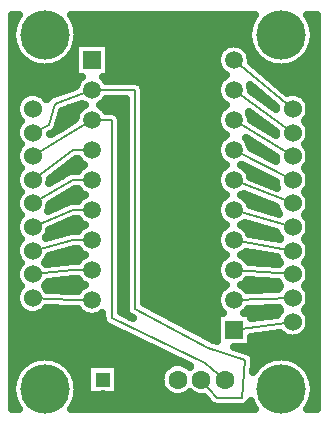
<source format=gbl>
G04 DipTrace 3.2.0.1*
G04 xbee_js_basict.gbl*
%MOIN*%
G04 #@! TF.FileFunction,Copper,L2,Bot*
G04 #@! TF.Part,Single*
G04 #@! TA.AperFunction,Conductor*
%ADD13C,0.04*%
%ADD14C,0.008*%
G04 #@! TA.AperFunction,CopperBalancing*
%ADD15C,0.025*%
G04 #@! TA.AperFunction,ComponentPad*
%ADD16R,0.049213X0.049213*%
%ADD17C,0.049213*%
%ADD18R,0.062992X0.062992*%
%ADD19C,0.062992*%
%ADD20R,0.059055X0.059055*%
%ADD21C,0.059055*%
%ADD22C,0.06*%
G04 #@! TA.AperFunction,ViaPad*
%ADD23C,0.165*%
%FSLAX26Y26*%
G04*
G70*
G90*
G75*
G01*
G04 Bottom*
%LPD*%
X506378Y727165D2*
D13*
X639449Y698701D1*
X704409D1*
X506378Y727165D2*
X654449Y683701D1*
X730138Y608012D1*
X902238Y598655D1*
X911339Y533701D1*
X739449Y474173D2*
X755770Y457852D1*
X911339Y499203D1*
Y533701D1*
X1176850Y1398701D2*
D14*
X1372520Y1278346D1*
X1176850Y1598701D2*
X1372520Y1435827D1*
X1176850Y1298701D2*
X1372520Y1199606D1*
X1176850Y1198701D2*
X1372520Y1120866D1*
X1176850Y1498701D2*
X1372520Y1357087D1*
X506378Y1042126D2*
X639449Y1098701D1*
X704409D1*
X1176850D2*
X1372520Y1042126D1*
X1176850Y998701D2*
X1372520Y963386D1*
X1176850Y898701D2*
X1372520Y884646D1*
X1176850Y798701D2*
X1372520Y805906D1*
X1176850Y698701D2*
X1372520Y727165D1*
X506378Y1199606D2*
X639449Y1298701D1*
X704409D1*
X506378Y1120866D2*
X639449Y1198701D1*
X704409D1*
X506378Y963386D2*
X639449Y998701D1*
X704409D1*
X506378Y884646D2*
X639449Y898701D1*
X704409D1*
X506378Y805906D2*
X639449Y798701D1*
X704409D1*
X506378Y1357087D2*
X559449Y1383701D1*
X579449Y1453701D1*
X704409Y1498701D1*
X1068819Y533701D2*
X1119449Y473701D1*
X1204449D1*
X1214449Y598701D1*
X1091505Y639524D1*
X846505Y769524D1*
Y1498701D1*
X704409D1*
X506378Y1278346D2*
X594449Y1333701D1*
X704409Y1398701D1*
X769449D1*
Y738701D1*
X1079449Y588701D1*
X1147559Y533701D1*
D23*
X546929Y501969D3*
Y1683071D3*
X1334331Y501969D3*
Y1683071D3*
X438487Y1736256D2*
D15*
X449312D1*
X644570D2*
X1236683D1*
X1431977D2*
X1451055D1*
X654689Y1711387D2*
X1226564D1*
X1442096D2*
X1451091D1*
X658350Y1686518D2*
X1222903D1*
X656304Y1661650D2*
X1224949D1*
X762916Y1636781D2*
X1133265D1*
X1220439D2*
X1233166D1*
X1435493D2*
X1451091D1*
X438487Y1611912D2*
X461871D1*
X631975D2*
X645886D1*
X762916D2*
X1119916D1*
X1233788D2*
X1249278D1*
X1419381D2*
X1451091D1*
X438487Y1587043D2*
X492875D1*
X600971D2*
X645886D1*
X762916D2*
X1119557D1*
X1241001D2*
X1280282D1*
X1388377D2*
X1451091D1*
X438487Y1562175D2*
X645886D1*
X762916D2*
X1131865D1*
X1270893D2*
X1451091D1*
X438523Y1537306D2*
X661316D1*
X747486D2*
X1133767D1*
X1300784D2*
X1451091D1*
X438523Y1512437D2*
X647608D1*
X876238D2*
X1120023D1*
X1330640D2*
X1451091D1*
X438523Y1487568D2*
X481213D1*
X531571D2*
X581007D1*
X879504D2*
X1119449D1*
X1246743D2*
X1260187D1*
X1397707D2*
X1451127D1*
X438523Y1462699D2*
X454192D1*
X749818D2*
X813501D1*
X879504D2*
X1131435D1*
X1281084D2*
X1290065D1*
X1424728D2*
X1451127D1*
X438523Y1437831D2*
X447432D1*
X627884D2*
X661818D1*
X746983D2*
X813501D1*
X879504D2*
X1134269D1*
X1431474D2*
X1451127D1*
X438523Y1412962D2*
X452219D1*
X602011D2*
X647752D1*
X798908D2*
X813501D1*
X879504D2*
X1120167D1*
X1426666D2*
X1451127D1*
X438523Y1388093D2*
X456668D1*
X594906D2*
X624032D1*
X802425D2*
X813501D1*
X879504D2*
X1119342D1*
X1254781D2*
X1275187D1*
X1422252D2*
X1451127D1*
X438523Y1363224D2*
X447734D1*
X802425D2*
X813501D1*
X879504D2*
X1131004D1*
X1295222D2*
X1309528D1*
X1431187D2*
X1451127D1*
X438559Y1338356D2*
X450568D1*
X802425D2*
X813501D1*
X879504D2*
X1134772D1*
X1428316D2*
X1451127D1*
X438559Y1313487D2*
X459647D1*
X802425D2*
X813501D1*
X879504D2*
X1120310D1*
X1233394D2*
X1254697D1*
X1419238D2*
X1451127D1*
X438559Y1288618D2*
X448339D1*
X802425D2*
X813501D1*
X879504D2*
X1119234D1*
X1266766D2*
X1295102D1*
X1430577D2*
X1451163D1*
X438559Y1263749D2*
X449312D1*
X646077D2*
X658122D1*
X802425D2*
X813501D1*
X879504D2*
X1130573D1*
X1429608D2*
X1451163D1*
X438559Y1238881D2*
X463271D1*
X612669D2*
X662859D1*
X802425D2*
X813501D1*
X879504D2*
X1135310D1*
X1415613D2*
X1451163D1*
X438559Y1214012D2*
X449240D1*
X579261D2*
X602717D1*
X802425D2*
X813501D1*
X879504D2*
X1120454D1*
X1233250D2*
X1274074D1*
X1429644D2*
X1451163D1*
X438559Y1189143D2*
X448339D1*
X802425D2*
X813501D1*
X879504D2*
X1119162D1*
X1285892D2*
X1314516D1*
X1430541D2*
X1451163D1*
X438559Y1164274D2*
X459790D1*
X643493D2*
X657727D1*
X802425D2*
X813501D1*
X879504D2*
X1130143D1*
X1419094D2*
X1451163D1*
X438559Y1139406D2*
X450532D1*
X600971D2*
X663433D1*
X802425D2*
X813501D1*
X879504D2*
X1135848D1*
X1217856D2*
X1240917D1*
X1428388D2*
X1451163D1*
X438595Y1114537D2*
X447740D1*
X565015D2*
X596258D1*
X802425D2*
X813501D1*
X879504D2*
X1120633D1*
X1234362D2*
X1303427D1*
X1431151D2*
X1451163D1*
X438595Y1089668D2*
X456776D1*
X802425D2*
X813501D1*
X879504D2*
X1119054D1*
X1422109D2*
X1451199D1*
X438595Y1064799D2*
X452147D1*
X640156D2*
X657297D1*
X802425D2*
X813501D1*
X879504D2*
X1129748D1*
X1426773D2*
X1451199D1*
X438595Y1039930D2*
X447439D1*
X581665D2*
X663971D1*
X802425D2*
X813501D1*
X879504D2*
X1136422D1*
X1217282D2*
X1267830D1*
X1431474D2*
X1451199D1*
X438595Y1015062D2*
X454300D1*
X558448D2*
X579715D1*
X802425D2*
X813501D1*
X879504D2*
X1120777D1*
X1260379D2*
X1320437D1*
X1424620D2*
X1451199D1*
X438595Y990193D2*
X454156D1*
X802425D2*
X813501D1*
X879504D2*
X1118983D1*
X1424764D2*
X1451199D1*
X438595Y965324D2*
X447439D1*
X635061D2*
X656902D1*
X802425D2*
X813501D1*
X879504D2*
X1129353D1*
X1431474D2*
X1451199D1*
X438595Y940455D2*
X452255D1*
X560493D2*
X664545D1*
X802425D2*
X813501D1*
X879504D2*
X1136997D1*
X1216707D2*
X1318391D1*
X1426666D2*
X1451199D1*
X438631Y915587D2*
X456597D1*
X802425D2*
X813501D1*
X879504D2*
X1120920D1*
X1422288D2*
X1451199D1*
X438631Y890718D2*
X447743D1*
X802425D2*
X813501D1*
X879504D2*
X1118911D1*
X1431187D2*
X1451234D1*
X438631Y865849D2*
X450604D1*
X621209D2*
X656543D1*
X802425D2*
X813501D1*
X879504D2*
X1128959D1*
X1428281D2*
X1451234D1*
X438631Y840980D2*
X459611D1*
X553173D2*
X665155D1*
X802425D2*
X813501D1*
X879504D2*
X1137607D1*
X1216097D2*
X1325747D1*
X1419310D2*
X1451234D1*
X438631Y816112D2*
X448342D1*
X802425D2*
X813501D1*
X879504D2*
X1121100D1*
X1430577D2*
X1451234D1*
X438631Y791243D2*
X449312D1*
X802425D2*
X813501D1*
X879504D2*
X1118839D1*
X1429572D2*
X1451234D1*
X438631Y766374D2*
X463522D1*
X549226D2*
X656148D1*
X802425D2*
X813680D1*
X919981D2*
X1128600D1*
X1225104D2*
X1329336D1*
X1415685D2*
X1451234D1*
X438631Y741505D2*
X736457D1*
X966882D2*
X1118337D1*
X1235367D2*
X1256778D1*
X1429644D2*
X1451234D1*
X438631Y716636D2*
X745895D1*
X1013746D2*
X1118337D1*
X1430505D2*
X1451234D1*
X438667Y691768D2*
X793944D1*
X1060611D2*
X1118337D1*
X1419058D2*
X1451234D1*
X438667Y666899D2*
X845330D1*
X1108337D2*
X1118338D1*
X1235367D2*
X1451270D1*
X438667Y642030D2*
X896716D1*
X1183228D2*
X1451270D1*
X438667Y617161D2*
X948138D1*
X1241216D2*
X1451270D1*
X438667Y592293D2*
X483438D1*
X610444D2*
X999524D1*
X1247030D2*
X1270845D1*
X1397815D2*
X1451270D1*
X438667Y567424D2*
X457278D1*
X636568D2*
X685861D1*
X793059D2*
X940387D1*
X1423975D2*
X1451270D1*
X650599Y542555D2*
X685861D1*
X793059D2*
X930268D1*
X1437969D2*
X1451270D1*
X657273Y517686D2*
X685861D1*
X793059D2*
X931847D1*
X658027Y492818D2*
X685861D1*
X793059D2*
X946452D1*
X652967Y467949D2*
X1081914D1*
X1440374D2*
X1451306D1*
X438702Y443080D2*
X452721D1*
X641125D2*
X1240128D1*
X1428532D2*
X1451306D1*
X697537Y584327D2*
X790547D1*
Y482130D1*
X688350D1*
Y584327D1*
X697537D1*
X1130017Y754720D2*
X1142182D1*
X1137238Y759089D1*
X1131530Y765773D1*
X1126936Y773268D1*
X1123573Y781390D1*
X1121520Y789937D1*
X1120831Y798701D1*
X1121520Y807464D1*
X1123573Y816012D1*
X1126936Y824133D1*
X1131530Y831628D1*
X1137238Y838313D1*
X1143923Y844022D1*
X1151590Y848694D1*
X1143923Y853380D1*
X1137238Y859089D1*
X1131530Y865773D1*
X1126936Y873268D1*
X1123573Y881390D1*
X1121520Y889937D1*
X1120831Y898701D1*
X1121520Y907464D1*
X1123573Y916012D1*
X1126936Y924133D1*
X1131530Y931628D1*
X1137238Y938313D1*
X1143923Y944022D1*
X1151590Y948694D1*
X1143923Y953380D1*
X1137238Y959089D1*
X1131530Y965773D1*
X1126936Y973268D1*
X1123573Y981390D1*
X1121520Y989937D1*
X1120831Y998701D1*
X1121520Y1007464D1*
X1123573Y1016012D1*
X1126936Y1024133D1*
X1131530Y1031628D1*
X1137238Y1038313D1*
X1143923Y1044022D1*
X1151590Y1048694D1*
X1143923Y1053380D1*
X1137238Y1059089D1*
X1131530Y1065773D1*
X1126936Y1073268D1*
X1123573Y1081390D1*
X1121520Y1089937D1*
X1120831Y1098701D1*
X1121520Y1107464D1*
X1123573Y1116012D1*
X1126936Y1124133D1*
X1131530Y1131628D1*
X1137238Y1138313D1*
X1143923Y1144022D1*
X1151590Y1148694D1*
X1143923Y1153380D1*
X1137238Y1159089D1*
X1131530Y1165773D1*
X1126936Y1173268D1*
X1123573Y1181390D1*
X1121520Y1189937D1*
X1120831Y1198701D1*
X1121520Y1207464D1*
X1123573Y1216012D1*
X1126936Y1224133D1*
X1131530Y1231628D1*
X1137238Y1238313D1*
X1143923Y1244022D1*
X1151590Y1248694D1*
X1143923Y1253380D1*
X1137238Y1259089D1*
X1131530Y1265773D1*
X1126936Y1273268D1*
X1123573Y1281390D1*
X1121520Y1289937D1*
X1120831Y1298701D1*
X1121520Y1307464D1*
X1123573Y1316012D1*
X1126936Y1324133D1*
X1131530Y1331628D1*
X1137238Y1338313D1*
X1143923Y1344022D1*
X1151590Y1348694D1*
X1143923Y1353380D1*
X1137238Y1359089D1*
X1131530Y1365773D1*
X1126936Y1373268D1*
X1123573Y1381390D1*
X1121520Y1389937D1*
X1120831Y1398701D1*
X1121520Y1407464D1*
X1123573Y1416012D1*
X1126936Y1424133D1*
X1131530Y1431628D1*
X1137238Y1438313D1*
X1143923Y1444022D1*
X1151590Y1448694D1*
X1143923Y1453380D1*
X1137238Y1459089D1*
X1131530Y1465773D1*
X1126936Y1473268D1*
X1123573Y1481390D1*
X1121520Y1489937D1*
X1120831Y1498701D1*
X1121520Y1507464D1*
X1123573Y1516012D1*
X1126936Y1524133D1*
X1131530Y1531628D1*
X1137238Y1538313D1*
X1143923Y1544022D1*
X1151590Y1548694D1*
X1143923Y1553380D1*
X1137238Y1559089D1*
X1131530Y1565773D1*
X1126936Y1573268D1*
X1123573Y1581390D1*
X1121520Y1589937D1*
X1120831Y1598701D1*
X1121520Y1607464D1*
X1123573Y1616012D1*
X1126936Y1624133D1*
X1131530Y1631628D1*
X1137238Y1638313D1*
X1143923Y1644022D1*
X1151418Y1648615D1*
X1159539Y1651979D1*
X1168087Y1654031D1*
X1176850Y1654720D1*
X1185614Y1654031D1*
X1194161Y1651979D1*
X1202283Y1648615D1*
X1209778Y1644022D1*
X1216462Y1638313D1*
X1222171Y1631628D1*
X1226764Y1624133D1*
X1230128Y1616012D1*
X1232180Y1607464D1*
X1232870Y1598701D1*
X1232437Y1592104D1*
X1355465Y1489696D1*
X1363682Y1491623D1*
X1372520Y1492319D1*
X1381357Y1491623D1*
X1389977Y1489554D1*
X1398167Y1486162D1*
X1405725Y1481530D1*
X1412466Y1475773D1*
X1418223Y1469032D1*
X1422855Y1461474D1*
X1426247Y1453284D1*
X1428316Y1444664D1*
X1429012Y1435827D1*
X1428316Y1426989D1*
X1426247Y1418370D1*
X1422855Y1410180D1*
X1418223Y1402622D1*
X1413018Y1396479D1*
X1418223Y1390292D1*
X1422855Y1382734D1*
X1426247Y1374544D1*
X1428316Y1365924D1*
X1429012Y1357087D1*
X1428316Y1348249D1*
X1426247Y1339630D1*
X1422855Y1331440D1*
X1418223Y1323881D1*
X1413018Y1317739D1*
X1418223Y1311552D1*
X1422855Y1303993D1*
X1426247Y1295803D1*
X1428316Y1287184D1*
X1429012Y1278346D1*
X1428316Y1269509D1*
X1426247Y1260889D1*
X1422855Y1252700D1*
X1418223Y1245141D1*
X1413018Y1238999D1*
X1418223Y1232812D1*
X1422855Y1225253D1*
X1426247Y1217063D1*
X1428316Y1208444D1*
X1429012Y1199606D1*
X1428316Y1190769D1*
X1426247Y1182149D1*
X1422855Y1173959D1*
X1418223Y1166401D1*
X1413018Y1160258D1*
X1418223Y1154071D1*
X1422855Y1146513D1*
X1426247Y1138323D1*
X1428316Y1129703D1*
X1429012Y1120866D1*
X1428316Y1112029D1*
X1426247Y1103409D1*
X1422855Y1095219D1*
X1418223Y1087661D1*
X1413018Y1081518D1*
X1418223Y1075331D1*
X1422855Y1067773D1*
X1426247Y1059583D1*
X1428316Y1050963D1*
X1429012Y1042126D1*
X1428316Y1033289D1*
X1426247Y1024669D1*
X1422855Y1016479D1*
X1418223Y1008921D1*
X1413018Y1002778D1*
X1418223Y996591D1*
X1422855Y989033D1*
X1426247Y980843D1*
X1428316Y972223D1*
X1429012Y963386D1*
X1428316Y954549D1*
X1426247Y945929D1*
X1422855Y937739D1*
X1418223Y930181D1*
X1413018Y924038D1*
X1418223Y917851D1*
X1422855Y910293D1*
X1426247Y902103D1*
X1428316Y893483D1*
X1429012Y884646D1*
X1428316Y875808D1*
X1426247Y867189D1*
X1422855Y858999D1*
X1418223Y851440D1*
X1413018Y845298D1*
X1418223Y839111D1*
X1422855Y831552D1*
X1426247Y823363D1*
X1428316Y814743D1*
X1429012Y805906D1*
X1428316Y797068D1*
X1426247Y788448D1*
X1422855Y780259D1*
X1418223Y772700D1*
X1413018Y766558D1*
X1418223Y760371D1*
X1422855Y752812D1*
X1426247Y744622D1*
X1428316Y736003D1*
X1429012Y727165D1*
X1428316Y718328D1*
X1426247Y709708D1*
X1422855Y701518D1*
X1418223Y693960D1*
X1412466Y687219D1*
X1405725Y681462D1*
X1398167Y676831D1*
X1389977Y673438D1*
X1381357Y671369D1*
X1372520Y670673D1*
X1363682Y671369D1*
X1355063Y673438D1*
X1346873Y676831D1*
X1339314Y681462D1*
X1332574Y687219D1*
X1329857Y690159D1*
X1232844Y676033D1*
X1232870Y642681D1*
X1178793D1*
X1226299Y626796D1*
X1230548Y624597D1*
X1234401Y621759D1*
X1237762Y618354D1*
X1240550Y614465D1*
X1242694Y610188D1*
X1244144Y605628D1*
X1244862Y600898D1*
X1244111Y587112D1*
X1241922Y559748D1*
X1246154Y566032D1*
X1251452Y572753D1*
X1257262Y579038D1*
X1263546Y584847D1*
X1270267Y590145D1*
X1277382Y594900D1*
X1284849Y599081D1*
X1292621Y602664D1*
X1300650Y605626D1*
X1308887Y607949D1*
X1317281Y609619D1*
X1325779Y610625D1*
X1334331Y610961D1*
X1342882Y610625D1*
X1351381Y609619D1*
X1359774Y607949D1*
X1368011Y605626D1*
X1376040Y602664D1*
X1383812Y599081D1*
X1391279Y594900D1*
X1398395Y590145D1*
X1405115Y584847D1*
X1411400Y579038D1*
X1417209Y572753D1*
X1422507Y566032D1*
X1427262Y558917D1*
X1431443Y551450D1*
X1435026Y543678D1*
X1437988Y535649D1*
X1440311Y527412D1*
X1441981Y519019D1*
X1442987Y510520D1*
X1443323Y501969D1*
X1442987Y493417D1*
X1441981Y484918D1*
X1440311Y476525D1*
X1437988Y468288D1*
X1435026Y460259D1*
X1431443Y452487D1*
X1427262Y445020D1*
X1421162Y436198D1*
X1453812Y436201D1*
X1453567Y1749067D1*
X1421052Y1749060D1*
X1427262Y1740019D1*
X1431443Y1732552D1*
X1435026Y1724780D1*
X1437988Y1716751D1*
X1440311Y1708515D1*
X1441981Y1700121D1*
X1442987Y1691622D1*
X1443323Y1683071D1*
X1442987Y1674519D1*
X1441981Y1666021D1*
X1440311Y1657627D1*
X1437988Y1649390D1*
X1435026Y1641361D1*
X1431443Y1633589D1*
X1427262Y1626123D1*
X1422507Y1619007D1*
X1417209Y1612286D1*
X1411400Y1606002D1*
X1405115Y1600193D1*
X1398395Y1594894D1*
X1391279Y1590140D1*
X1383812Y1585958D1*
X1376040Y1582375D1*
X1368011Y1579413D1*
X1359774Y1577090D1*
X1351381Y1575421D1*
X1342882Y1574415D1*
X1334331Y1574079D1*
X1325779Y1574415D1*
X1317281Y1575421D1*
X1308887Y1577090D1*
X1300650Y1579413D1*
X1292621Y1582375D1*
X1284849Y1585958D1*
X1277382Y1590140D1*
X1270267Y1594894D1*
X1263546Y1600193D1*
X1257262Y1606002D1*
X1251452Y1612286D1*
X1246154Y1619007D1*
X1241400Y1626123D1*
X1237218Y1633589D1*
X1233635Y1641361D1*
X1230673Y1649390D1*
X1228350Y1657627D1*
X1226680Y1666021D1*
X1225675Y1674519D1*
X1225339Y1683071D1*
X1225675Y1691622D1*
X1226680Y1700121D1*
X1228350Y1708515D1*
X1230673Y1716751D1*
X1233635Y1724780D1*
X1237218Y1732552D1*
X1241400Y1740019D1*
X1247624Y1748999D1*
X633824Y1748887D1*
X639860Y1740019D1*
X644042Y1732552D1*
X647625Y1724780D1*
X650587Y1716751D1*
X652910Y1708515D1*
X654579Y1700121D1*
X655585Y1691622D1*
X655921Y1683071D1*
X655585Y1674519D1*
X654579Y1666021D1*
X652084Y1654699D1*
X760429Y1654720D1*
Y1542681D1*
X739078D1*
X744021Y1538313D1*
X749730Y1531628D1*
X751363Y1529185D1*
X848898Y1529099D1*
X853624Y1528351D1*
X858174Y1526872D1*
X862437Y1524700D1*
X866308Y1521887D1*
X869692Y1518504D1*
X872504Y1514633D1*
X874676Y1510370D1*
X876155Y1505819D1*
X876903Y1501093D1*
X876997Y1425210D1*
X877027Y787847D1*
X1103511Y667672D1*
X1120833Y661915D1*
X1120831Y754720D1*
X1130017D1*
X1211582D2*
X1232870D1*
Y737675D1*
X1321072Y750494D1*
X1324352Y756682D1*
X1329563Y763854D1*
X1332021Y766513D1*
X1326817Y772700D1*
X1326152Y773694D1*
X1224931Y769958D1*
X1219448Y762319D1*
X1213232Y756103D1*
X1211492Y754731D1*
X1202111Y848694D2*
X1209778Y844022D1*
X1216462Y838313D1*
X1222171Y831628D1*
X1222658Y830900D1*
X1323866Y834627D1*
X1326817Y839111D1*
X1332021Y845253D1*
X1326817Y851440D1*
X1322955Y857623D1*
X1221548Y864919D1*
X1216462Y859089D1*
X1209778Y853380D1*
X1202111Y848708D1*
Y948694D2*
X1209778Y944022D1*
X1216462Y938313D1*
X1222171Y931628D1*
X1225866Y925737D1*
X1327250Y918468D1*
X1332021Y923994D1*
X1326817Y930181D1*
X1322185Y937739D1*
X1320310Y941816D1*
X1217692Y960345D1*
X1213232Y956103D1*
X1206121Y950936D1*
X1202111Y948708D1*
Y1048694D2*
X1209778Y1044022D1*
X1216462Y1038313D1*
X1222171Y1031628D1*
X1226764Y1024133D1*
X1228498Y1020373D1*
X1331113Y1001844D1*
X1329563Y1005437D1*
X1324352Y1012609D1*
X1320328Y1020507D1*
X1318412Y1026020D1*
X1213510Y1056360D1*
X1206121Y1050936D1*
X1202111Y1048708D1*
Y1148694D2*
X1209778Y1144022D1*
X1216462Y1138313D1*
X1222171Y1131628D1*
X1226764Y1124133D1*
X1230128Y1116012D1*
X1230431Y1114937D1*
X1327380Y1086919D1*
X1324352Y1091349D1*
X1320328Y1099248D1*
X1317588Y1107678D1*
X1317105Y1110108D1*
X1209238Y1153001D1*
X1202111Y1148708D1*
Y1248694D2*
X1209778Y1244022D1*
X1216462Y1238313D1*
X1222171Y1231628D1*
X1226764Y1224133D1*
X1230128Y1216012D1*
X1231741Y1209672D1*
X1322326Y1173648D1*
X1318792Y1182149D1*
X1316723Y1190769D1*
X1316354Y1193883D1*
X1204985Y1250273D1*
X1202111Y1248708D1*
X1215743Y1338977D2*
X1219448Y1335083D1*
X1224615Y1327971D1*
X1228606Y1320139D1*
X1231322Y1311778D1*
X1232510Y1304683D1*
X1318775Y1261004D1*
X1316723Y1269509D1*
X1316070Y1277256D1*
X1215853Y1338912D1*
X1226000Y1425497D2*
X1228606Y1420139D1*
X1231322Y1411778D1*
X1232697Y1403096D1*
X1232815Y1400091D1*
X1316706Y1348476D1*
X1316028Y1357087D1*
X1316152Y1360255D1*
X1226067Y1425440D1*
X1230618Y1514275D2*
X1232180Y1507464D1*
X1232870Y1498701D1*
X1232759Y1495868D1*
X1316028Y1435827D1*
X1316501Y1442789D1*
X1230696Y1514206D1*
X751363Y1468216D2*
X747007Y1462319D1*
X740791Y1456103D1*
X733680Y1450936D1*
X729842Y1448615D1*
X737337Y1444022D1*
X744021Y1438313D1*
X749730Y1431628D1*
X751363Y1429185D1*
X771841Y1429099D1*
X776567Y1428351D1*
X781118Y1426872D1*
X785381Y1424700D1*
X789252Y1421887D1*
X792635Y1418504D1*
X795448Y1414633D1*
X797620Y1410370D1*
X799099Y1405819D1*
X799847Y1401093D1*
X799941Y1325210D1*
Y757845D1*
X840388Y738250D1*
X830573Y743525D1*
X826702Y746337D1*
X823319Y749721D1*
X820506Y753591D1*
X818334Y757855D1*
X816856Y762405D1*
X816107Y767131D1*
X816013Y843014D1*
Y1468225D1*
X751376Y1468209D1*
X679149Y1448708D2*
X671482Y1453380D1*
X670551Y1454114D1*
X604508Y1430316D1*
X588020Y1373049D1*
X586002Y1368711D1*
X583330Y1364742D1*
X580070Y1361239D1*
X578237Y1359685D1*
X602657Y1373974D1*
X648468Y1401054D1*
X649079Y1407464D1*
X651132Y1416012D1*
X654496Y1424133D1*
X659089Y1431628D1*
X664798Y1438313D1*
X671482Y1444022D1*
X679149Y1448694D1*
Y1148708D2*
X671482Y1153380D1*
X664798Y1159089D1*
X659089Y1165773D1*
X657456Y1168216D1*
X647677Y1168209D1*
X562818Y1118553D1*
X562175Y1112029D1*
X560105Y1103409D1*
X557533Y1096997D1*
X630026Y1127701D1*
X634679Y1128818D1*
X639449Y1129193D1*
X657427D1*
X661812Y1135083D1*
X668028Y1141298D1*
X675139Y1146465D1*
X679149Y1148694D1*
Y1048708D2*
X671482Y1053380D1*
X664798Y1059089D1*
X659089Y1065773D1*
X657456Y1068216D1*
X645667Y1068209D1*
X562050Y1032661D1*
X560105Y1024669D1*
X556713Y1016479D1*
X552081Y1008921D1*
X550225Y1006567D1*
X633964Y1028696D1*
X638733Y1029184D1*
X657427Y1029193D1*
X661812Y1035083D1*
X668028Y1041298D1*
X675139Y1046465D1*
X679149Y1048694D1*
Y948708D2*
X671482Y953380D1*
X664798Y959089D1*
X659089Y965773D1*
X657456Y968216D1*
X643442Y968209D1*
X560105Y945929D1*
X556713Y937739D1*
X552081Y930181D1*
X546877Y924038D1*
X550418Y919960D1*
X639449Y929193D1*
X657427D1*
X661812Y935083D1*
X668028Y941298D1*
X675139Y946465D1*
X679149Y948694D1*
Y848708D2*
X671482Y853380D1*
X664798Y859089D1*
X659089Y865773D1*
X657456Y868216D1*
X641074Y868209D1*
X556899Y859320D1*
X552081Y851440D1*
X546877Y845298D1*
X552081Y839111D1*
X555468Y833775D1*
X640280Y829193D1*
X657427D1*
X661812Y835083D1*
X668028Y841298D1*
X675139Y846465D1*
X679149Y848694D1*
X738970Y754667D2*
X733680Y750936D1*
X725847Y746945D1*
X717487Y744229D1*
X708805Y742854D1*
X700014D1*
X691332Y744229D1*
X682972Y746945D1*
X675139Y750936D1*
X668028Y756103D1*
X661812Y762319D1*
X657456Y768216D1*
X639439Y768209D1*
X552198Y772888D1*
X546324Y765960D1*
X539583Y760202D1*
X532025Y755571D1*
X523835Y752178D1*
X515215Y750109D1*
X506378Y749413D1*
X497541Y750109D1*
X488921Y752178D1*
X480731Y755571D1*
X473173Y760202D1*
X466432Y765960D1*
X460675Y772700D1*
X456043Y780259D1*
X452651Y788448D1*
X450581Y797068D1*
X449886Y805906D1*
X450581Y814743D1*
X452651Y823363D1*
X456043Y831552D1*
X460675Y839111D1*
X465879Y845253D1*
X460675Y851440D1*
X456043Y858999D1*
X452651Y867189D1*
X450581Y875808D1*
X449886Y884646D1*
X450581Y893483D1*
X452651Y902103D1*
X456043Y910293D1*
X460675Y917851D1*
X465879Y923994D1*
X460675Y930181D1*
X456043Y937739D1*
X452651Y945929D1*
X450581Y954549D1*
X449886Y963386D1*
X450581Y972223D1*
X452651Y980843D1*
X456043Y989033D1*
X460675Y996591D1*
X465879Y1002734D1*
X460675Y1008921D1*
X456043Y1016479D1*
X452651Y1024669D1*
X450581Y1033289D1*
X449886Y1042126D1*
X450581Y1050963D1*
X452651Y1059583D1*
X456043Y1067773D1*
X460675Y1075331D1*
X465879Y1081474D1*
X460675Y1087661D1*
X456043Y1095219D1*
X452651Y1103409D1*
X450581Y1112029D1*
X449886Y1120866D1*
X450581Y1129703D1*
X452651Y1138323D1*
X456043Y1146513D1*
X460675Y1154071D1*
X465879Y1160214D1*
X460675Y1166401D1*
X456043Y1173959D1*
X452651Y1182149D1*
X450581Y1190769D1*
X449886Y1199606D1*
X450581Y1208444D1*
X452651Y1217063D1*
X456043Y1225253D1*
X460675Y1232812D1*
X465879Y1238954D1*
X460675Y1245141D1*
X456043Y1252700D1*
X452651Y1260889D1*
X450581Y1269509D1*
X449886Y1278346D1*
X450581Y1287184D1*
X452651Y1295803D1*
X456043Y1303993D1*
X460675Y1311552D1*
X465879Y1317694D1*
X460675Y1323881D1*
X456043Y1331440D1*
X452651Y1339630D1*
X450581Y1348249D1*
X449886Y1357087D1*
X450581Y1365924D1*
X452651Y1374544D1*
X456043Y1382734D1*
X460675Y1390292D1*
X465879Y1396435D1*
X460675Y1402622D1*
X456043Y1410180D1*
X452651Y1418370D1*
X450581Y1426989D1*
X449886Y1435827D1*
X450581Y1444664D1*
X452651Y1453284D1*
X456043Y1461474D1*
X460675Y1469032D1*
X466432Y1475773D1*
X473173Y1481530D1*
X480731Y1486162D1*
X488921Y1489554D1*
X497541Y1491623D1*
X506378Y1492319D1*
X515215Y1491623D1*
X523835Y1489554D1*
X532025Y1486162D1*
X539583Y1481530D1*
X546324Y1475773D1*
X552081Y1469032D1*
X552630Y1468211D1*
X555650Y1472764D1*
X558925Y1476252D1*
X562706Y1479185D1*
X566899Y1481490D1*
X638262Y1507289D1*
X649874Y1511458D1*
X652654Y1520139D1*
X656645Y1527971D1*
X661812Y1535083D1*
X668028Y1541298D1*
X669678Y1542681D1*
X648390D1*
Y1643264D1*
X644042Y1633589D1*
X639860Y1626123D1*
X635106Y1619007D1*
X629807Y1612286D1*
X623998Y1606002D1*
X617714Y1600193D1*
X610993Y1594894D1*
X603877Y1590140D1*
X596411Y1585958D1*
X588639Y1582375D1*
X580610Y1579413D1*
X572373Y1577090D1*
X563979Y1575421D1*
X555481Y1574415D1*
X546929Y1574079D1*
X538378Y1574415D1*
X529879Y1575421D1*
X521485Y1577090D1*
X513249Y1579413D1*
X505220Y1582375D1*
X497448Y1585958D1*
X489981Y1590140D1*
X482865Y1594894D1*
X476144Y1600193D1*
X469860Y1606002D1*
X464051Y1612286D1*
X458753Y1619007D1*
X453998Y1626123D1*
X449816Y1633589D1*
X446234Y1641361D1*
X443271Y1649390D1*
X440948Y1657627D1*
X439279Y1666021D1*
X438273Y1674519D1*
X437937Y1683071D1*
X438273Y1691622D1*
X439279Y1700121D1*
X440948Y1708515D1*
X443271Y1716751D1*
X446234Y1724780D1*
X449816Y1732552D1*
X453998Y1740019D1*
X460098Y1748841D1*
X435959Y1748844D1*
X436197Y436195D1*
X460035Y436201D1*
X453998Y445020D1*
X449816Y452487D1*
X446234Y460259D1*
X443271Y468288D1*
X440948Y476525D1*
X439279Y484918D1*
X438273Y493417D1*
X437937Y501969D1*
X438273Y510520D1*
X439279Y519019D1*
X440948Y527412D1*
X443271Y535649D1*
X446234Y543678D1*
X449816Y551450D1*
X453998Y558917D1*
X458753Y566032D1*
X464051Y572753D1*
X469860Y579038D1*
X476144Y584847D1*
X482865Y590145D1*
X489981Y594900D1*
X497448Y599081D1*
X505220Y602664D1*
X513249Y605626D1*
X521485Y607949D1*
X529879Y609619D1*
X538378Y610625D1*
X546929Y610961D1*
X555481Y610625D1*
X563979Y609619D1*
X572373Y607949D1*
X580610Y605626D1*
X588639Y602664D1*
X596411Y599081D1*
X603877Y594900D1*
X610993Y590145D1*
X617714Y584847D1*
X623998Y579038D1*
X629807Y572753D1*
X635106Y566032D1*
X639860Y558917D1*
X644042Y551450D1*
X647625Y543678D1*
X650587Y535649D1*
X652910Y527412D1*
X654579Y519019D1*
X655585Y510520D1*
X655921Y501969D1*
X655585Y493417D1*
X654579Y484918D1*
X652910Y476525D1*
X650587Y468288D1*
X647625Y460259D1*
X644042Y452487D1*
X639860Y445020D1*
X633760Y436198D1*
X1247406Y436201D1*
X1241400Y445020D1*
X1237218Y452487D1*
X1232814Y462486D1*
X1230427Y457735D1*
X1227610Y453868D1*
X1224222Y450489D1*
X1220347Y447681D1*
X1216081Y445515D1*
X1211529Y444042D1*
X1206793Y443299D1*
X1119449Y443209D1*
X1114679Y443584D1*
X1110026Y444701D1*
X1105606Y446532D1*
X1101526Y449032D1*
X1097888Y452140D1*
X1077307Y476358D1*
X1068819Y475713D1*
X1059748Y476427D1*
X1050900Y478551D1*
X1042493Y482033D1*
X1034734Y486787D1*
X1029424Y491164D1*
X1024163Y486787D1*
X1016405Y482033D1*
X1007998Y478551D1*
X999150Y476427D1*
X990079Y475713D1*
X981007Y476427D1*
X972159Y478551D1*
X963753Y482033D1*
X955994Y486787D1*
X949075Y492697D1*
X943165Y499616D1*
X938411Y507375D1*
X934929Y515781D1*
X932804Y524629D1*
X932091Y533701D1*
X932804Y542772D1*
X934929Y551620D1*
X938411Y560027D1*
X943165Y567785D1*
X949075Y574705D1*
X955994Y580614D1*
X963753Y585369D1*
X972159Y588851D1*
X981007Y590975D1*
X990079Y591689D1*
X999150Y590975D1*
X1007998Y588851D1*
X1014773Y586121D1*
X1020377Y583144D1*
X1027739Y577795D1*
X1029424Y576238D1*
X1031480Y578049D1*
X754055Y712380D1*
X750127Y715112D1*
X746675Y718425D1*
X743783Y722237D1*
X741524Y726455D1*
X739952Y730974D1*
X739106Y735683D1*
X738963Y738083D1*
X562696Y1195174D2*
X561739Y1188577D1*
X625606Y1225870D1*
X630026Y1227701D1*
X634679Y1228818D1*
X639449Y1229193D1*
X657456Y1229185D1*
X661812Y1235083D1*
X668028Y1241298D1*
X675139Y1246465D1*
X678977Y1248787D1*
X671482Y1253380D1*
X664798Y1259089D1*
X659089Y1265773D1*
X657456Y1268216D1*
X649573Y1268222D1*
X562713Y1203539D1*
X562716Y1203537D2*
X562696Y1195174D1*
X573086Y1356428D2*
X562564Y1351152D1*
X567929Y1353047D1*
X574249Y1357042D1*
X738957Y738737D2*
Y754597D1*
D16*
X739449Y533228D3*
D17*
Y474173D3*
D18*
X911339Y533701D3*
D19*
X990079D3*
X1068819D3*
X1147559D3*
D20*
X1176850Y698701D3*
D21*
Y798701D3*
Y898701D3*
Y998701D3*
Y1098701D3*
Y1198701D3*
Y1298701D3*
Y1398701D3*
Y1498701D3*
Y1598701D3*
D20*
X704409D3*
D21*
Y1498701D3*
Y1398701D3*
Y1298701D3*
Y1198701D3*
Y1098701D3*
Y998701D3*
Y898701D3*
Y798701D3*
Y698701D3*
D22*
X506378Y727165D3*
Y805906D3*
Y884646D3*
Y963386D3*
Y1042126D3*
Y1120866D3*
Y1199606D3*
Y1278346D3*
Y1357087D3*
Y1435827D3*
X1372520Y727165D3*
Y805906D3*
Y884646D3*
Y963386D3*
Y1042126D3*
Y1120866D3*
Y1199606D3*
Y1278346D3*
Y1357087D3*
Y1435827D3*
M02*

</source>
